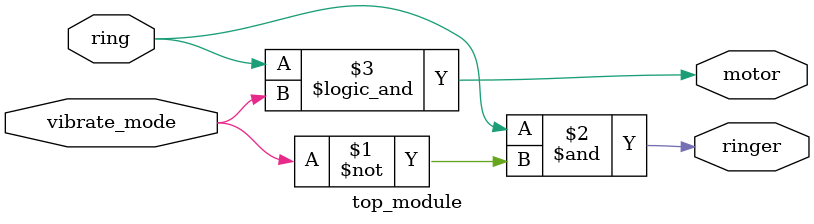
<source format=v>

module top_module (
    input ring,
    input vibrate_mode,
    output ringer,       // Make sound
    output motor         // Vibrate
);
assign ringer= ring & (~vibrate_mode);
assign motor= ring && vibrate_mode;
endmodule


</source>
